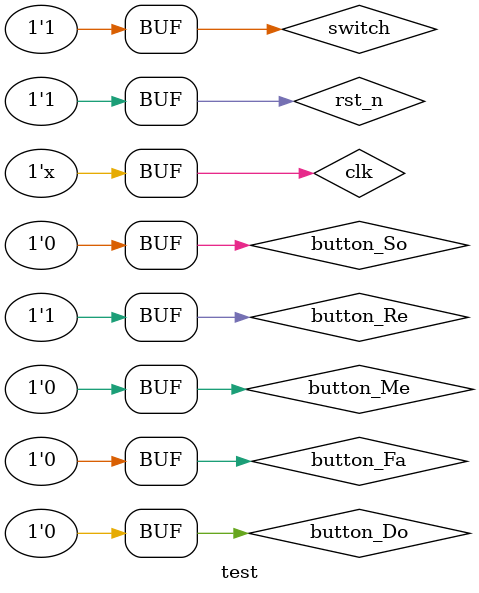
<source format=v>
`timescale 1ns / 1ps


module test();
reg clk,button_Do, button_Re, button_Me, button_Fa, button_So,switch;
reg rst_n;
wire audio_mclk, audio_lrck, audio_sck, audio_sdin;


Speaker u0(audio_mclk, audio_lrck, audio_sck, audio_sdin
,clk, rst_n, button_Do, button_Re, button_Me, button_Fa, button_So, switch);

initial
begin
button_Do=0;
button_Re=1; 
button_Me=0; 
button_Fa=0; 
button_So=0;
clk=1;
rst_n=0;
#10 rst_n=1;
#100 switch=1;
end

always
begin
#10 clk=~clk;
end

endmodule

</source>
